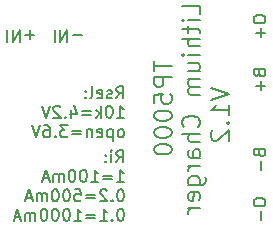
<source format=gbr>
%TF.GenerationSoftware,KiCad,Pcbnew,5.1.12-84ad8e8a86~92~ubuntu20.04.1*%
%TF.CreationDate,2023-07-09T10:21:26+02:00*%
%TF.ProjectId,tp5000_charger,74703530-3030-45f6-9368-61726765722e,rev?*%
%TF.SameCoordinates,Original*%
%TF.FileFunction,Legend,Bot*%
%TF.FilePolarity,Positive*%
%FSLAX46Y46*%
G04 Gerber Fmt 4.6, Leading zero omitted, Abs format (unit mm)*
G04 Created by KiCad (PCBNEW 5.1.12-84ad8e8a86~92~ubuntu20.04.1) date 2023-07-09 10:21:26*
%MOMM*%
%LPD*%
G01*
G04 APERTURE LIST*
%ADD10C,0.150000*%
G04 APERTURE END LIST*
D10*
X102278571Y-116142857D02*
X102278571Y-117000000D01*
X103778571Y-116571428D02*
X102278571Y-116571428D01*
X103778571Y-117500000D02*
X102278571Y-117500000D01*
X102278571Y-118071428D01*
X102350000Y-118214285D01*
X102421428Y-118285714D01*
X102564285Y-118357142D01*
X102778571Y-118357142D01*
X102921428Y-118285714D01*
X102992857Y-118214285D01*
X103064285Y-118071428D01*
X103064285Y-117500000D01*
X102278571Y-119714285D02*
X102278571Y-119000000D01*
X102992857Y-118928571D01*
X102921428Y-119000000D01*
X102850000Y-119142857D01*
X102850000Y-119500000D01*
X102921428Y-119642857D01*
X102992857Y-119714285D01*
X103135714Y-119785714D01*
X103492857Y-119785714D01*
X103635714Y-119714285D01*
X103707142Y-119642857D01*
X103778571Y-119500000D01*
X103778571Y-119142857D01*
X103707142Y-119000000D01*
X103635714Y-118928571D01*
X102278571Y-120714285D02*
X102278571Y-120857142D01*
X102350000Y-121000000D01*
X102421428Y-121071428D01*
X102564285Y-121142857D01*
X102850000Y-121214285D01*
X103207142Y-121214285D01*
X103492857Y-121142857D01*
X103635714Y-121071428D01*
X103707142Y-121000000D01*
X103778571Y-120857142D01*
X103778571Y-120714285D01*
X103707142Y-120571428D01*
X103635714Y-120500000D01*
X103492857Y-120428571D01*
X103207142Y-120357142D01*
X102850000Y-120357142D01*
X102564285Y-120428571D01*
X102421428Y-120500000D01*
X102350000Y-120571428D01*
X102278571Y-120714285D01*
X102278571Y-122142857D02*
X102278571Y-122285714D01*
X102350000Y-122428571D01*
X102421428Y-122500000D01*
X102564285Y-122571428D01*
X102850000Y-122642857D01*
X103207142Y-122642857D01*
X103492857Y-122571428D01*
X103635714Y-122500000D01*
X103707142Y-122428571D01*
X103778571Y-122285714D01*
X103778571Y-122142857D01*
X103707142Y-122000000D01*
X103635714Y-121928571D01*
X103492857Y-121857142D01*
X103207142Y-121785714D01*
X102850000Y-121785714D01*
X102564285Y-121857142D01*
X102421428Y-121928571D01*
X102350000Y-122000000D01*
X102278571Y-122142857D01*
X102278571Y-123571428D02*
X102278571Y-123714285D01*
X102350000Y-123857142D01*
X102421428Y-123928571D01*
X102564285Y-124000000D01*
X102850000Y-124071428D01*
X103207142Y-124071428D01*
X103492857Y-124000000D01*
X103635714Y-123928571D01*
X103707142Y-123857142D01*
X103778571Y-123714285D01*
X103778571Y-123571428D01*
X103707142Y-123428571D01*
X103635714Y-123357142D01*
X103492857Y-123285714D01*
X103207142Y-123214285D01*
X102850000Y-123214285D01*
X102564285Y-123285714D01*
X102421428Y-123357142D01*
X102350000Y-123428571D01*
X102278571Y-123571428D01*
X106178571Y-112214285D02*
X106178571Y-111500000D01*
X104678571Y-111500000D01*
X106178571Y-112714285D02*
X105178571Y-112714285D01*
X104678571Y-112714285D02*
X104750000Y-112642857D01*
X104821428Y-112714285D01*
X104750000Y-112785714D01*
X104678571Y-112714285D01*
X104821428Y-112714285D01*
X105178571Y-113214285D02*
X105178571Y-113785714D01*
X104678571Y-113428571D02*
X105964285Y-113428571D01*
X106107142Y-113500000D01*
X106178571Y-113642857D01*
X106178571Y-113785714D01*
X106178571Y-114285714D02*
X104678571Y-114285714D01*
X106178571Y-114928571D02*
X105392857Y-114928571D01*
X105250000Y-114857142D01*
X105178571Y-114714285D01*
X105178571Y-114500000D01*
X105250000Y-114357142D01*
X105321428Y-114285714D01*
X106178571Y-115642857D02*
X105178571Y-115642857D01*
X104678571Y-115642857D02*
X104750000Y-115571428D01*
X104821428Y-115642857D01*
X104750000Y-115714285D01*
X104678571Y-115642857D01*
X104821428Y-115642857D01*
X105178571Y-117000000D02*
X106178571Y-117000000D01*
X105178571Y-116357142D02*
X105964285Y-116357142D01*
X106107142Y-116428571D01*
X106178571Y-116571428D01*
X106178571Y-116785714D01*
X106107142Y-116928571D01*
X106035714Y-117000000D01*
X106178571Y-117714285D02*
X105178571Y-117714285D01*
X105321428Y-117714285D02*
X105250000Y-117785714D01*
X105178571Y-117928571D01*
X105178571Y-118142857D01*
X105250000Y-118285714D01*
X105392857Y-118357142D01*
X106178571Y-118357142D01*
X105392857Y-118357142D02*
X105250000Y-118428571D01*
X105178571Y-118571428D01*
X105178571Y-118785714D01*
X105250000Y-118928571D01*
X105392857Y-119000000D01*
X106178571Y-119000000D01*
X106035714Y-121714285D02*
X106107142Y-121642857D01*
X106178571Y-121428571D01*
X106178571Y-121285714D01*
X106107142Y-121071428D01*
X105964285Y-120928571D01*
X105821428Y-120857142D01*
X105535714Y-120785714D01*
X105321428Y-120785714D01*
X105035714Y-120857142D01*
X104892857Y-120928571D01*
X104750000Y-121071428D01*
X104678571Y-121285714D01*
X104678571Y-121428571D01*
X104750000Y-121642857D01*
X104821428Y-121714285D01*
X106178571Y-122357142D02*
X104678571Y-122357142D01*
X106178571Y-123000000D02*
X105392857Y-123000000D01*
X105250000Y-122928571D01*
X105178571Y-122785714D01*
X105178571Y-122571428D01*
X105250000Y-122428571D01*
X105321428Y-122357142D01*
X106178571Y-124357142D02*
X105392857Y-124357142D01*
X105250000Y-124285714D01*
X105178571Y-124142857D01*
X105178571Y-123857142D01*
X105250000Y-123714285D01*
X106107142Y-124357142D02*
X106178571Y-124214285D01*
X106178571Y-123857142D01*
X106107142Y-123714285D01*
X105964285Y-123642857D01*
X105821428Y-123642857D01*
X105678571Y-123714285D01*
X105607142Y-123857142D01*
X105607142Y-124214285D01*
X105535714Y-124357142D01*
X106178571Y-125071428D02*
X105178571Y-125071428D01*
X105464285Y-125071428D02*
X105321428Y-125142857D01*
X105250000Y-125214285D01*
X105178571Y-125357142D01*
X105178571Y-125500000D01*
X105178571Y-126642857D02*
X106392857Y-126642857D01*
X106535714Y-126571428D01*
X106607142Y-126500000D01*
X106678571Y-126357142D01*
X106678571Y-126142857D01*
X106607142Y-126000000D01*
X106107142Y-126642857D02*
X106178571Y-126500000D01*
X106178571Y-126214285D01*
X106107142Y-126071428D01*
X106035714Y-126000000D01*
X105892857Y-125928571D01*
X105464285Y-125928571D01*
X105321428Y-126000000D01*
X105250000Y-126071428D01*
X105178571Y-126214285D01*
X105178571Y-126500000D01*
X105250000Y-126642857D01*
X106107142Y-127928571D02*
X106178571Y-127785714D01*
X106178571Y-127500000D01*
X106107142Y-127357142D01*
X105964285Y-127285714D01*
X105392857Y-127285714D01*
X105250000Y-127357142D01*
X105178571Y-127500000D01*
X105178571Y-127785714D01*
X105250000Y-127928571D01*
X105392857Y-128000000D01*
X105535714Y-128000000D01*
X105678571Y-127285714D01*
X106178571Y-128642857D02*
X105178571Y-128642857D01*
X105464285Y-128642857D02*
X105321428Y-128714285D01*
X105250000Y-128785714D01*
X105178571Y-128928571D01*
X105178571Y-129071428D01*
X107078571Y-118464285D02*
X108578571Y-118964285D01*
X107078571Y-119464285D01*
X108578571Y-120750000D02*
X108578571Y-119892857D01*
X108578571Y-120321428D02*
X107078571Y-120321428D01*
X107292857Y-120178571D01*
X107435714Y-120035714D01*
X107507142Y-119892857D01*
X108435714Y-121392857D02*
X108507142Y-121464285D01*
X108578571Y-121392857D01*
X108507142Y-121321428D01*
X108435714Y-121392857D01*
X108578571Y-121392857D01*
X107221428Y-122035714D02*
X107150000Y-122107142D01*
X107078571Y-122250000D01*
X107078571Y-122607142D01*
X107150000Y-122750000D01*
X107221428Y-122821428D01*
X107364285Y-122892857D01*
X107507142Y-122892857D01*
X107721428Y-122821428D01*
X108578571Y-121964285D01*
X108578571Y-122892857D01*
X99092976Y-124727380D02*
X99426309Y-124251190D01*
X99664404Y-124727380D02*
X99664404Y-123727380D01*
X99283452Y-123727380D01*
X99188214Y-123775000D01*
X99140595Y-123822619D01*
X99092976Y-123917857D01*
X99092976Y-124060714D01*
X99140595Y-124155952D01*
X99188214Y-124203571D01*
X99283452Y-124251190D01*
X99664404Y-124251190D01*
X98664404Y-124727380D02*
X98664404Y-124060714D01*
X98664404Y-123727380D02*
X98712023Y-123775000D01*
X98664404Y-123822619D01*
X98616785Y-123775000D01*
X98664404Y-123727380D01*
X98664404Y-123822619D01*
X98188214Y-124632142D02*
X98140595Y-124679761D01*
X98188214Y-124727380D01*
X98235833Y-124679761D01*
X98188214Y-124632142D01*
X98188214Y-124727380D01*
X98188214Y-124108333D02*
X98140595Y-124155952D01*
X98188214Y-124203571D01*
X98235833Y-124155952D01*
X98188214Y-124108333D01*
X98188214Y-124203571D01*
X99140595Y-126377380D02*
X99712023Y-126377380D01*
X99426309Y-126377380D02*
X99426309Y-125377380D01*
X99521547Y-125520238D01*
X99616785Y-125615476D01*
X99712023Y-125663095D01*
X98712023Y-125853571D02*
X97950119Y-125853571D01*
X97950119Y-126139285D02*
X98712023Y-126139285D01*
X96950119Y-126377380D02*
X97521547Y-126377380D01*
X97235833Y-126377380D02*
X97235833Y-125377380D01*
X97331071Y-125520238D01*
X97426309Y-125615476D01*
X97521547Y-125663095D01*
X96331071Y-125377380D02*
X96235833Y-125377380D01*
X96140595Y-125425000D01*
X96092976Y-125472619D01*
X96045357Y-125567857D01*
X95997738Y-125758333D01*
X95997738Y-125996428D01*
X96045357Y-126186904D01*
X96092976Y-126282142D01*
X96140595Y-126329761D01*
X96235833Y-126377380D01*
X96331071Y-126377380D01*
X96426309Y-126329761D01*
X96473928Y-126282142D01*
X96521547Y-126186904D01*
X96569166Y-125996428D01*
X96569166Y-125758333D01*
X96521547Y-125567857D01*
X96473928Y-125472619D01*
X96426309Y-125425000D01*
X96331071Y-125377380D01*
X95378690Y-125377380D02*
X95283452Y-125377380D01*
X95188214Y-125425000D01*
X95140595Y-125472619D01*
X95092976Y-125567857D01*
X95045357Y-125758333D01*
X95045357Y-125996428D01*
X95092976Y-126186904D01*
X95140595Y-126282142D01*
X95188214Y-126329761D01*
X95283452Y-126377380D01*
X95378690Y-126377380D01*
X95473928Y-126329761D01*
X95521547Y-126282142D01*
X95569166Y-126186904D01*
X95616785Y-125996428D01*
X95616785Y-125758333D01*
X95569166Y-125567857D01*
X95521547Y-125472619D01*
X95473928Y-125425000D01*
X95378690Y-125377380D01*
X94616785Y-126377380D02*
X94616785Y-125710714D01*
X94616785Y-125805952D02*
X94569166Y-125758333D01*
X94473928Y-125710714D01*
X94331071Y-125710714D01*
X94235833Y-125758333D01*
X94188214Y-125853571D01*
X94188214Y-126377380D01*
X94188214Y-125853571D02*
X94140595Y-125758333D01*
X94045357Y-125710714D01*
X93902500Y-125710714D01*
X93807261Y-125758333D01*
X93759642Y-125853571D01*
X93759642Y-126377380D01*
X93331071Y-126091666D02*
X92854880Y-126091666D01*
X93426309Y-126377380D02*
X93092976Y-125377380D01*
X92759642Y-126377380D01*
X99473928Y-127027380D02*
X99378690Y-127027380D01*
X99283452Y-127075000D01*
X99235833Y-127122619D01*
X99188214Y-127217857D01*
X99140595Y-127408333D01*
X99140595Y-127646428D01*
X99188214Y-127836904D01*
X99235833Y-127932142D01*
X99283452Y-127979761D01*
X99378690Y-128027380D01*
X99473928Y-128027380D01*
X99569166Y-127979761D01*
X99616785Y-127932142D01*
X99664404Y-127836904D01*
X99712023Y-127646428D01*
X99712023Y-127408333D01*
X99664404Y-127217857D01*
X99616785Y-127122619D01*
X99569166Y-127075000D01*
X99473928Y-127027380D01*
X98712023Y-127932142D02*
X98664404Y-127979761D01*
X98712023Y-128027380D01*
X98759642Y-127979761D01*
X98712023Y-127932142D01*
X98712023Y-128027380D01*
X98283452Y-127122619D02*
X98235833Y-127075000D01*
X98140595Y-127027380D01*
X97902500Y-127027380D01*
X97807261Y-127075000D01*
X97759642Y-127122619D01*
X97712023Y-127217857D01*
X97712023Y-127313095D01*
X97759642Y-127455952D01*
X98331071Y-128027380D01*
X97712023Y-128027380D01*
X97283452Y-127503571D02*
X96521547Y-127503571D01*
X96521547Y-127789285D02*
X97283452Y-127789285D01*
X95569166Y-127027380D02*
X96045357Y-127027380D01*
X96092976Y-127503571D01*
X96045357Y-127455952D01*
X95950119Y-127408333D01*
X95712023Y-127408333D01*
X95616785Y-127455952D01*
X95569166Y-127503571D01*
X95521547Y-127598809D01*
X95521547Y-127836904D01*
X95569166Y-127932142D01*
X95616785Y-127979761D01*
X95712023Y-128027380D01*
X95950119Y-128027380D01*
X96045357Y-127979761D01*
X96092976Y-127932142D01*
X94902500Y-127027380D02*
X94807261Y-127027380D01*
X94712023Y-127075000D01*
X94664404Y-127122619D01*
X94616785Y-127217857D01*
X94569166Y-127408333D01*
X94569166Y-127646428D01*
X94616785Y-127836904D01*
X94664404Y-127932142D01*
X94712023Y-127979761D01*
X94807261Y-128027380D01*
X94902500Y-128027380D01*
X94997738Y-127979761D01*
X95045357Y-127932142D01*
X95092976Y-127836904D01*
X95140595Y-127646428D01*
X95140595Y-127408333D01*
X95092976Y-127217857D01*
X95045357Y-127122619D01*
X94997738Y-127075000D01*
X94902500Y-127027380D01*
X93950119Y-127027380D02*
X93854880Y-127027380D01*
X93759642Y-127075000D01*
X93712023Y-127122619D01*
X93664404Y-127217857D01*
X93616785Y-127408333D01*
X93616785Y-127646428D01*
X93664404Y-127836904D01*
X93712023Y-127932142D01*
X93759642Y-127979761D01*
X93854880Y-128027380D01*
X93950119Y-128027380D01*
X94045357Y-127979761D01*
X94092976Y-127932142D01*
X94140595Y-127836904D01*
X94188214Y-127646428D01*
X94188214Y-127408333D01*
X94140595Y-127217857D01*
X94092976Y-127122619D01*
X94045357Y-127075000D01*
X93950119Y-127027380D01*
X93188214Y-128027380D02*
X93188214Y-127360714D01*
X93188214Y-127455952D02*
X93140595Y-127408333D01*
X93045357Y-127360714D01*
X92902500Y-127360714D01*
X92807261Y-127408333D01*
X92759642Y-127503571D01*
X92759642Y-128027380D01*
X92759642Y-127503571D02*
X92712023Y-127408333D01*
X92616785Y-127360714D01*
X92473928Y-127360714D01*
X92378690Y-127408333D01*
X92331071Y-127503571D01*
X92331071Y-128027380D01*
X91902500Y-127741666D02*
X91426309Y-127741666D01*
X91997738Y-128027380D02*
X91664404Y-127027380D01*
X91331071Y-128027380D01*
X99473928Y-128677380D02*
X99378690Y-128677380D01*
X99283452Y-128725000D01*
X99235833Y-128772619D01*
X99188214Y-128867857D01*
X99140595Y-129058333D01*
X99140595Y-129296428D01*
X99188214Y-129486904D01*
X99235833Y-129582142D01*
X99283452Y-129629761D01*
X99378690Y-129677380D01*
X99473928Y-129677380D01*
X99569166Y-129629761D01*
X99616785Y-129582142D01*
X99664404Y-129486904D01*
X99712023Y-129296428D01*
X99712023Y-129058333D01*
X99664404Y-128867857D01*
X99616785Y-128772619D01*
X99569166Y-128725000D01*
X99473928Y-128677380D01*
X98712023Y-129582142D02*
X98664404Y-129629761D01*
X98712023Y-129677380D01*
X98759642Y-129629761D01*
X98712023Y-129582142D01*
X98712023Y-129677380D01*
X97712023Y-129677380D02*
X98283452Y-129677380D01*
X97997738Y-129677380D02*
X97997738Y-128677380D01*
X98092976Y-128820238D01*
X98188214Y-128915476D01*
X98283452Y-128963095D01*
X97283452Y-129153571D02*
X96521547Y-129153571D01*
X96521547Y-129439285D02*
X97283452Y-129439285D01*
X95521547Y-129677380D02*
X96092976Y-129677380D01*
X95807261Y-129677380D02*
X95807261Y-128677380D01*
X95902500Y-128820238D01*
X95997738Y-128915476D01*
X96092976Y-128963095D01*
X94902500Y-128677380D02*
X94807261Y-128677380D01*
X94712023Y-128725000D01*
X94664404Y-128772619D01*
X94616785Y-128867857D01*
X94569166Y-129058333D01*
X94569166Y-129296428D01*
X94616785Y-129486904D01*
X94664404Y-129582142D01*
X94712023Y-129629761D01*
X94807261Y-129677380D01*
X94902500Y-129677380D01*
X94997738Y-129629761D01*
X95045357Y-129582142D01*
X95092976Y-129486904D01*
X95140595Y-129296428D01*
X95140595Y-129058333D01*
X95092976Y-128867857D01*
X95045357Y-128772619D01*
X94997738Y-128725000D01*
X94902500Y-128677380D01*
X93950119Y-128677380D02*
X93854880Y-128677380D01*
X93759642Y-128725000D01*
X93712023Y-128772619D01*
X93664404Y-128867857D01*
X93616785Y-129058333D01*
X93616785Y-129296428D01*
X93664404Y-129486904D01*
X93712023Y-129582142D01*
X93759642Y-129629761D01*
X93854880Y-129677380D01*
X93950119Y-129677380D01*
X94045357Y-129629761D01*
X94092976Y-129582142D01*
X94140595Y-129486904D01*
X94188214Y-129296428D01*
X94188214Y-129058333D01*
X94140595Y-128867857D01*
X94092976Y-128772619D01*
X94045357Y-128725000D01*
X93950119Y-128677380D01*
X92997738Y-128677380D02*
X92902500Y-128677380D01*
X92807261Y-128725000D01*
X92759642Y-128772619D01*
X92712023Y-128867857D01*
X92664404Y-129058333D01*
X92664404Y-129296428D01*
X92712023Y-129486904D01*
X92759642Y-129582142D01*
X92807261Y-129629761D01*
X92902500Y-129677380D01*
X92997738Y-129677380D01*
X93092976Y-129629761D01*
X93140595Y-129582142D01*
X93188214Y-129486904D01*
X93235833Y-129296428D01*
X93235833Y-129058333D01*
X93188214Y-128867857D01*
X93140595Y-128772619D01*
X93092976Y-128725000D01*
X92997738Y-128677380D01*
X92235833Y-129677380D02*
X92235833Y-129010714D01*
X92235833Y-129105952D02*
X92188214Y-129058333D01*
X92092976Y-129010714D01*
X91950119Y-129010714D01*
X91854880Y-129058333D01*
X91807261Y-129153571D01*
X91807261Y-129677380D01*
X91807261Y-129153571D02*
X91759642Y-129058333D01*
X91664404Y-129010714D01*
X91521547Y-129010714D01*
X91426309Y-129058333D01*
X91378690Y-129153571D01*
X91378690Y-129677380D01*
X90950119Y-129391666D02*
X90473928Y-129391666D01*
X91045357Y-129677380D02*
X90712023Y-128677380D01*
X90378690Y-129677380D01*
X99092976Y-119302380D02*
X99426309Y-118826190D01*
X99664404Y-119302380D02*
X99664404Y-118302380D01*
X99283452Y-118302380D01*
X99188214Y-118350000D01*
X99140595Y-118397619D01*
X99092976Y-118492857D01*
X99092976Y-118635714D01*
X99140595Y-118730952D01*
X99188214Y-118778571D01*
X99283452Y-118826190D01*
X99664404Y-118826190D01*
X98712023Y-119254761D02*
X98616785Y-119302380D01*
X98426309Y-119302380D01*
X98331071Y-119254761D01*
X98283452Y-119159523D01*
X98283452Y-119111904D01*
X98331071Y-119016666D01*
X98426309Y-118969047D01*
X98569166Y-118969047D01*
X98664404Y-118921428D01*
X98712023Y-118826190D01*
X98712023Y-118778571D01*
X98664404Y-118683333D01*
X98569166Y-118635714D01*
X98426309Y-118635714D01*
X98331071Y-118683333D01*
X97473928Y-119254761D02*
X97569166Y-119302380D01*
X97759642Y-119302380D01*
X97854880Y-119254761D01*
X97902500Y-119159523D01*
X97902500Y-118778571D01*
X97854880Y-118683333D01*
X97759642Y-118635714D01*
X97569166Y-118635714D01*
X97473928Y-118683333D01*
X97426309Y-118778571D01*
X97426309Y-118873809D01*
X97902500Y-118969047D01*
X96854880Y-119302380D02*
X96950119Y-119254761D01*
X96997738Y-119159523D01*
X96997738Y-118302380D01*
X96473928Y-119207142D02*
X96426309Y-119254761D01*
X96473928Y-119302380D01*
X96521547Y-119254761D01*
X96473928Y-119207142D01*
X96473928Y-119302380D01*
X96473928Y-118683333D02*
X96426309Y-118730952D01*
X96473928Y-118778571D01*
X96521547Y-118730952D01*
X96473928Y-118683333D01*
X96473928Y-118778571D01*
X99140595Y-120952380D02*
X99712023Y-120952380D01*
X99426309Y-120952380D02*
X99426309Y-119952380D01*
X99521547Y-120095238D01*
X99616785Y-120190476D01*
X99712023Y-120238095D01*
X98521547Y-119952380D02*
X98426309Y-119952380D01*
X98331071Y-120000000D01*
X98283452Y-120047619D01*
X98235833Y-120142857D01*
X98188214Y-120333333D01*
X98188214Y-120571428D01*
X98235833Y-120761904D01*
X98283452Y-120857142D01*
X98331071Y-120904761D01*
X98426309Y-120952380D01*
X98521547Y-120952380D01*
X98616785Y-120904761D01*
X98664404Y-120857142D01*
X98712023Y-120761904D01*
X98759642Y-120571428D01*
X98759642Y-120333333D01*
X98712023Y-120142857D01*
X98664404Y-120047619D01*
X98616785Y-120000000D01*
X98521547Y-119952380D01*
X97759642Y-120952380D02*
X97759642Y-119952380D01*
X97664404Y-120571428D02*
X97378690Y-120952380D01*
X97378690Y-120285714D02*
X97759642Y-120666666D01*
X96950119Y-120428571D02*
X96188214Y-120428571D01*
X96188214Y-120714285D02*
X96950119Y-120714285D01*
X95283452Y-120285714D02*
X95283452Y-120952380D01*
X95521547Y-119904761D02*
X95759642Y-120619047D01*
X95140595Y-120619047D01*
X94759642Y-120857142D02*
X94712023Y-120904761D01*
X94759642Y-120952380D01*
X94807261Y-120904761D01*
X94759642Y-120857142D01*
X94759642Y-120952380D01*
X94331071Y-120047619D02*
X94283452Y-120000000D01*
X94188214Y-119952380D01*
X93950119Y-119952380D01*
X93854880Y-120000000D01*
X93807261Y-120047619D01*
X93759642Y-120142857D01*
X93759642Y-120238095D01*
X93807261Y-120380952D01*
X94378690Y-120952380D01*
X93759642Y-120952380D01*
X93473928Y-119952380D02*
X93140595Y-120952380D01*
X92807261Y-119952380D01*
X99521547Y-122602380D02*
X99616785Y-122554761D01*
X99664404Y-122507142D01*
X99712023Y-122411904D01*
X99712023Y-122126190D01*
X99664404Y-122030952D01*
X99616785Y-121983333D01*
X99521547Y-121935714D01*
X99378690Y-121935714D01*
X99283452Y-121983333D01*
X99235833Y-122030952D01*
X99188214Y-122126190D01*
X99188214Y-122411904D01*
X99235833Y-122507142D01*
X99283452Y-122554761D01*
X99378690Y-122602380D01*
X99521547Y-122602380D01*
X98759642Y-121935714D02*
X98759642Y-122935714D01*
X98759642Y-121983333D02*
X98664404Y-121935714D01*
X98473928Y-121935714D01*
X98378690Y-121983333D01*
X98331071Y-122030952D01*
X98283452Y-122126190D01*
X98283452Y-122411904D01*
X98331071Y-122507142D01*
X98378690Y-122554761D01*
X98473928Y-122602380D01*
X98664404Y-122602380D01*
X98759642Y-122554761D01*
X97473928Y-122554761D02*
X97569166Y-122602380D01*
X97759642Y-122602380D01*
X97854880Y-122554761D01*
X97902500Y-122459523D01*
X97902500Y-122078571D01*
X97854880Y-121983333D01*
X97759642Y-121935714D01*
X97569166Y-121935714D01*
X97473928Y-121983333D01*
X97426309Y-122078571D01*
X97426309Y-122173809D01*
X97902500Y-122269047D01*
X96997738Y-121935714D02*
X96997738Y-122602380D01*
X96997738Y-122030952D02*
X96950119Y-121983333D01*
X96854880Y-121935714D01*
X96712023Y-121935714D01*
X96616785Y-121983333D01*
X96569166Y-122078571D01*
X96569166Y-122602380D01*
X96092976Y-122078571D02*
X95331071Y-122078571D01*
X95331071Y-122364285D02*
X96092976Y-122364285D01*
X94950119Y-121602380D02*
X94331071Y-121602380D01*
X94664404Y-121983333D01*
X94521547Y-121983333D01*
X94426309Y-122030952D01*
X94378690Y-122078571D01*
X94331071Y-122173809D01*
X94331071Y-122411904D01*
X94378690Y-122507142D01*
X94426309Y-122554761D01*
X94521547Y-122602380D01*
X94807261Y-122602380D01*
X94902500Y-122554761D01*
X94950119Y-122507142D01*
X93902500Y-122507142D02*
X93854880Y-122554761D01*
X93902500Y-122602380D01*
X93950119Y-122554761D01*
X93902500Y-122507142D01*
X93902500Y-122602380D01*
X92997738Y-121602380D02*
X93188214Y-121602380D01*
X93283452Y-121650000D01*
X93331071Y-121697619D01*
X93426309Y-121840476D01*
X93473928Y-122030952D01*
X93473928Y-122411904D01*
X93426309Y-122507142D01*
X93378690Y-122554761D01*
X93283452Y-122602380D01*
X93092976Y-122602380D01*
X92997738Y-122554761D01*
X92950119Y-122507142D01*
X92902500Y-122411904D01*
X92902500Y-122173809D01*
X92950119Y-122078571D01*
X92997738Y-122030952D01*
X93092976Y-121983333D01*
X93283452Y-121983333D01*
X93378690Y-122030952D01*
X93426309Y-122078571D01*
X93473928Y-122173809D01*
X92616785Y-121602380D02*
X92283452Y-122602380D01*
X91950119Y-121602380D01*
X110702380Y-128035714D02*
X110702380Y-128226190D01*
X110750000Y-128321428D01*
X110845238Y-128416666D01*
X111035714Y-128464285D01*
X111369047Y-128464285D01*
X111559523Y-128416666D01*
X111654761Y-128321428D01*
X111702380Y-128226190D01*
X111702380Y-128035714D01*
X111654761Y-127940476D01*
X111559523Y-127845238D01*
X111369047Y-127797619D01*
X111035714Y-127797619D01*
X110845238Y-127845238D01*
X110750000Y-127940476D01*
X110702380Y-128035714D01*
X111321428Y-128892857D02*
X111321428Y-129654761D01*
X111178571Y-123952380D02*
X111226190Y-124095238D01*
X111273809Y-124142857D01*
X111369047Y-124190476D01*
X111511904Y-124190476D01*
X111607142Y-124142857D01*
X111654761Y-124095238D01*
X111702380Y-124000000D01*
X111702380Y-123619047D01*
X110702380Y-123619047D01*
X110702380Y-123952380D01*
X110750000Y-124047619D01*
X110797619Y-124095238D01*
X110892857Y-124142857D01*
X110988095Y-124142857D01*
X111083333Y-124095238D01*
X111130952Y-124047619D01*
X111178571Y-123952380D01*
X111178571Y-123619047D01*
X111321428Y-124619047D02*
X111321428Y-125380952D01*
X111178571Y-117202380D02*
X111226190Y-117345238D01*
X111273809Y-117392857D01*
X111369047Y-117440476D01*
X111511904Y-117440476D01*
X111607142Y-117392857D01*
X111654761Y-117345238D01*
X111702380Y-117250000D01*
X111702380Y-116869047D01*
X110702380Y-116869047D01*
X110702380Y-117202380D01*
X110750000Y-117297619D01*
X110797619Y-117345238D01*
X110892857Y-117392857D01*
X110988095Y-117392857D01*
X111083333Y-117345238D01*
X111130952Y-117297619D01*
X111178571Y-117202380D01*
X111178571Y-116869047D01*
X111321428Y-117869047D02*
X111321428Y-118630952D01*
X111702380Y-118250000D02*
X110940476Y-118250000D01*
X110702380Y-112535714D02*
X110702380Y-112726190D01*
X110750000Y-112821428D01*
X110845238Y-112916666D01*
X111035714Y-112964285D01*
X111369047Y-112964285D01*
X111559523Y-112916666D01*
X111654761Y-112821428D01*
X111702380Y-112726190D01*
X111702380Y-112535714D01*
X111654761Y-112440476D01*
X111559523Y-112345238D01*
X111369047Y-112297619D01*
X111035714Y-112297619D01*
X110845238Y-112345238D01*
X110750000Y-112440476D01*
X110702380Y-112535714D01*
X111321428Y-113392857D02*
X111321428Y-114154761D01*
X111702380Y-113773809D02*
X110940476Y-113773809D01*
X93857142Y-113547619D02*
X93857142Y-114547619D01*
X94333333Y-113547619D02*
X94333333Y-114547619D01*
X94904761Y-113547619D01*
X94904761Y-114547619D01*
X95380952Y-113928571D02*
X96142857Y-113928571D01*
X89857142Y-113547619D02*
X89857142Y-114547619D01*
X90333333Y-113547619D02*
X90333333Y-114547619D01*
X90904761Y-113547619D01*
X90904761Y-114547619D01*
X91380952Y-113928571D02*
X92142857Y-113928571D01*
X91761904Y-113547619D02*
X91761904Y-114309523D01*
M02*

</source>
